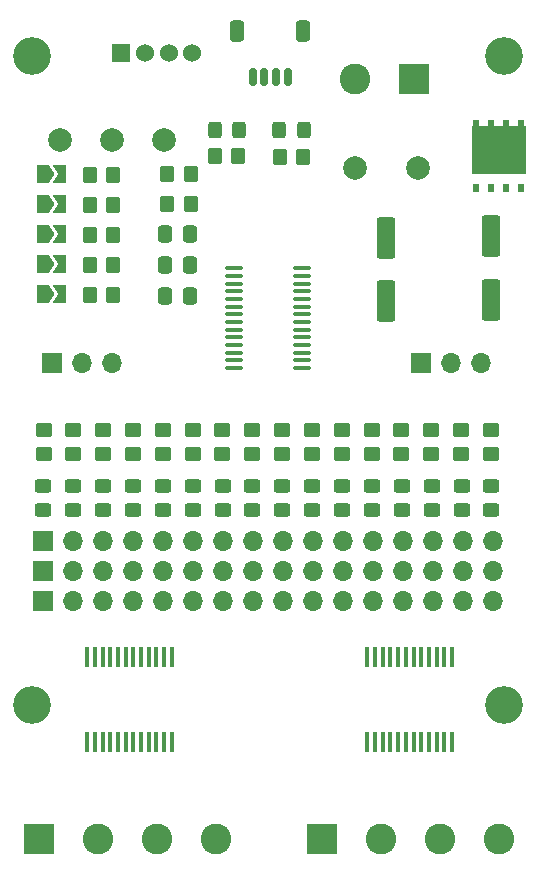
<source format=gbr>
%TF.GenerationSoftware,KiCad,Pcbnew,8.0.1*%
%TF.CreationDate,2024-04-15T16:31:13+02:00*%
%TF.ProjectId,ultimate_motor_board,756c7469-6d61-4746-955f-6d6f746f725f,0.1*%
%TF.SameCoordinates,Original*%
%TF.FileFunction,Soldermask,Top*%
%TF.FilePolarity,Negative*%
%FSLAX46Y46*%
G04 Gerber Fmt 4.6, Leading zero omitted, Abs format (unit mm)*
G04 Created by KiCad (PCBNEW 8.0.1) date 2024-04-15 16:31:13*
%MOMM*%
%LPD*%
G01*
G04 APERTURE LIST*
G04 Aperture macros list*
%AMRoundRect*
0 Rectangle with rounded corners*
0 $1 Rounding radius*
0 $2 $3 $4 $5 $6 $7 $8 $9 X,Y pos of 4 corners*
0 Add a 4 corners polygon primitive as box body*
4,1,4,$2,$3,$4,$5,$6,$7,$8,$9,$2,$3,0*
0 Add four circle primitives for the rounded corners*
1,1,$1+$1,$2,$3*
1,1,$1+$1,$4,$5*
1,1,$1+$1,$6,$7*
1,1,$1+$1,$8,$9*
0 Add four rect primitives between the rounded corners*
20,1,$1+$1,$2,$3,$4,$5,0*
20,1,$1+$1,$4,$5,$6,$7,0*
20,1,$1+$1,$6,$7,$8,$9,0*
20,1,$1+$1,$8,$9,$2,$3,0*%
%AMFreePoly0*
4,1,6,1.000000,0.000000,0.500000,-0.750000,-0.500000,-0.750000,-0.500000,0.750000,0.500000,0.750000,1.000000,0.000000,1.000000,0.000000,$1*%
%AMFreePoly1*
4,1,6,0.500000,-0.750000,-0.650000,-0.750000,-0.150000,0.000000,-0.650000,0.750000,0.500000,0.750000,0.500000,-0.750000,0.500000,-0.750000,$1*%
G04 Aperture macros list end*
%ADD10RoundRect,0.250000X-0.450000X0.325000X-0.450000X-0.325000X0.450000X-0.325000X0.450000X0.325000X0*%
%ADD11RoundRect,0.250000X0.450000X-0.350000X0.450000X0.350000X-0.450000X0.350000X-0.450000X-0.350000X0*%
%ADD12R,1.524000X1.524000*%
%ADD13C,1.524000*%
%ADD14R,0.450000X1.750000*%
%ADD15RoundRect,0.250000X-0.350000X-0.450000X0.350000X-0.450000X0.350000X0.450000X-0.350000X0.450000X0*%
%ADD16R,0.500000X0.650000*%
%ADD17R,4.600000X4.120000*%
%ADD18R,0.500000X0.550000*%
%ADD19RoundRect,0.250000X-0.325000X-0.450000X0.325000X-0.450000X0.325000X0.450000X-0.325000X0.450000X0*%
%ADD20C,3.200000*%
%ADD21FreePoly0,0.000000*%
%ADD22FreePoly1,0.000000*%
%ADD23RoundRect,0.250000X0.325000X0.450000X-0.325000X0.450000X-0.325000X-0.450000X0.325000X-0.450000X0*%
%ADD24RoundRect,0.250000X-0.550000X1.500000X-0.550000X-1.500000X0.550000X-1.500000X0.550000X1.500000X0*%
%ADD25C,2.000000*%
%ADD26R,1.700000X1.700000*%
%ADD27O,1.700000X1.700000*%
%ADD28RoundRect,0.100000X-0.637500X-0.100000X0.637500X-0.100000X0.637500X0.100000X-0.637500X0.100000X0*%
%ADD29RoundRect,0.250000X0.350000X0.450000X-0.350000X0.450000X-0.350000X-0.450000X0.350000X-0.450000X0*%
%ADD30RoundRect,0.150000X0.150000X0.625000X-0.150000X0.625000X-0.150000X-0.625000X0.150000X-0.625000X0*%
%ADD31RoundRect,0.250000X0.350000X0.650000X-0.350000X0.650000X-0.350000X-0.650000X0.350000X-0.650000X0*%
%ADD32R,2.600000X2.600000*%
%ADD33C,2.600000*%
%ADD34RoundRect,0.250000X0.337500X0.475000X-0.337500X0.475000X-0.337500X-0.475000X0.337500X-0.475000X0*%
G04 APERTURE END LIST*
D10*
%TO.C,D14*%
X132299682Y-89950000D03*
X132299682Y-92000000D03*
%TD*%
D11*
%TO.C,R20*%
X129750000Y-87200000D03*
X129750000Y-85200000D03*
%TD*%
%TO.C,R23*%
X137325000Y-87200000D03*
X137325000Y-85200000D03*
%TD*%
D12*
%TO.C,J1*%
X111100000Y-53300000D03*
D13*
X113100000Y-53300000D03*
X115100000Y-53300000D03*
X117100000Y-53300000D03*
%TD*%
D10*
%TO.C,D4*%
X107009062Y-89950000D03*
X107009062Y-92000000D03*
%TD*%
D11*
%TO.C,R12*%
X109550000Y-87200000D03*
X109550000Y-85200000D03*
%TD*%
%TO.C,R18*%
X124700000Y-87200000D03*
X124700000Y-85200000D03*
%TD*%
D10*
%TO.C,D15*%
X134828744Y-89950000D03*
X134828744Y-92000000D03*
%TD*%
%TO.C,D6*%
X112067186Y-89950000D03*
X112067186Y-92000000D03*
%TD*%
D14*
%TO.C,U2*%
X108200000Y-111620000D03*
X108850000Y-111620000D03*
X109500000Y-111620000D03*
X110150000Y-111620000D03*
X110800000Y-111620000D03*
X111450000Y-111620000D03*
X112100000Y-111620000D03*
X112750000Y-111620000D03*
X113400000Y-111620000D03*
X114050000Y-111620000D03*
X114700000Y-111620000D03*
X115350000Y-111620000D03*
X115350000Y-104420000D03*
X114700000Y-104420000D03*
X114050000Y-104420000D03*
X113400000Y-104420000D03*
X112750000Y-104420000D03*
X112100000Y-104420000D03*
X111450000Y-104420000D03*
X110800000Y-104420000D03*
X110150000Y-104420000D03*
X109500000Y-104420000D03*
X108850000Y-104420000D03*
X108200000Y-104420000D03*
%TD*%
D11*
%TO.C,R13*%
X112075000Y-87200000D03*
X112075000Y-85200000D03*
%TD*%
D15*
%TO.C,R3*%
X108400000Y-66100000D03*
X110400000Y-66100000D03*
%TD*%
D16*
%TO.C,Q1*%
X141145000Y-64730000D03*
X142415000Y-64730000D03*
X143685000Y-64730000D03*
X144955000Y-64730000D03*
D17*
X143050000Y-61515000D03*
D18*
X141145000Y-59180000D03*
X142415000Y-59180000D03*
X143685000Y-59180000D03*
X144955000Y-59180000D03*
%TD*%
D19*
%TO.C,D2*%
X124475000Y-59800000D03*
X126525000Y-59800000D03*
%TD*%
D11*
%TO.C,R21*%
X132275000Y-87200000D03*
X132275000Y-85200000D03*
%TD*%
%TO.C,R19*%
X127225000Y-87200000D03*
X127225000Y-85200000D03*
%TD*%
%TO.C,R22*%
X134800000Y-87200000D03*
X134800000Y-85200000D03*
%TD*%
D20*
%TO.C,H1*%
X143500000Y-53500000D03*
%TD*%
D10*
%TO.C,D5*%
X109538124Y-89950000D03*
X109538124Y-92000000D03*
%TD*%
D21*
%TO.C,JP5*%
X104475000Y-73700000D03*
D22*
X105925000Y-73700000D03*
%TD*%
D21*
%TO.C,JP3*%
X104475000Y-68620000D03*
D22*
X105925000Y-68620000D03*
%TD*%
D11*
%TO.C,R16*%
X119650000Y-87200000D03*
X119650000Y-85200000D03*
%TD*%
D10*
%TO.C,D10*%
X122183434Y-89950000D03*
X122183434Y-92000000D03*
%TD*%
%TO.C,D18*%
X142415930Y-89950000D03*
X142415930Y-92000000D03*
%TD*%
D11*
%TO.C,R11*%
X107025000Y-87200000D03*
X107025000Y-85200000D03*
%TD*%
%TO.C,R15*%
X117125000Y-87200000D03*
X117125000Y-85200000D03*
%TD*%
D10*
%TO.C,D11*%
X124712496Y-89950000D03*
X124712496Y-92000000D03*
%TD*%
D23*
%TO.C,D1*%
X121025000Y-59800000D03*
X118975000Y-59800000D03*
%TD*%
D24*
%TO.C,C1*%
X142400000Y-68800000D03*
X142400000Y-74200000D03*
%TD*%
D25*
%TO.C,TP5*%
X105900000Y-60600000D03*
%TD*%
D11*
%TO.C,R14*%
X114600000Y-87200000D03*
X114600000Y-85200000D03*
%TD*%
D21*
%TO.C,JP2*%
X104475000Y-66080000D03*
D22*
X105925000Y-66080000D03*
%TD*%
D26*
%TO.C,J2*%
X136500000Y-79500000D03*
D27*
X139040000Y-79500000D03*
X141580000Y-79500000D03*
%TD*%
D25*
%TO.C,TP3*%
X130900000Y-63000000D03*
%TD*%
D10*
%TO.C,D7*%
X114596248Y-89950000D03*
X114596248Y-92000000D03*
%TD*%
D21*
%TO.C,JP1*%
X104475000Y-63540000D03*
D22*
X105925000Y-63540000D03*
%TD*%
D11*
%TO.C,R17*%
X122175000Y-87200000D03*
X122175000Y-85200000D03*
%TD*%
D28*
%TO.C,U1*%
X120637500Y-71500000D03*
X120637500Y-72150000D03*
X120637500Y-72800000D03*
X120637500Y-73450000D03*
X120637500Y-74100000D03*
X120637500Y-74750000D03*
X120637500Y-75400000D03*
X120637500Y-76050000D03*
X120637500Y-76700000D03*
X120637500Y-77350000D03*
X120637500Y-78000000D03*
X120637500Y-78650000D03*
X120637500Y-79300000D03*
X120637500Y-79950000D03*
X126362500Y-79950000D03*
X126362500Y-79300000D03*
X126362500Y-78650000D03*
X126362500Y-78000000D03*
X126362500Y-77350000D03*
X126362500Y-76700000D03*
X126362500Y-76050000D03*
X126362500Y-75400000D03*
X126362500Y-74750000D03*
X126362500Y-74100000D03*
X126362500Y-73450000D03*
X126362500Y-72800000D03*
X126362500Y-72150000D03*
X126362500Y-71500000D03*
%TD*%
D10*
%TO.C,D8*%
X117125310Y-89950000D03*
X117125310Y-92000000D03*
%TD*%
D25*
%TO.C,TP2*%
X114700000Y-60600000D03*
%TD*%
D10*
%TO.C,D13*%
X129770620Y-89950000D03*
X129770620Y-92000000D03*
%TD*%
D15*
%TO.C,R6*%
X108400000Y-71180000D03*
X110400000Y-71180000D03*
%TD*%
D26*
%TO.C,J8*%
X104420000Y-97160000D03*
D27*
X106960000Y-97160000D03*
X109500000Y-97160000D03*
X112040000Y-97160000D03*
X114580000Y-97160000D03*
X117120000Y-97160000D03*
X119660000Y-97160000D03*
X122200000Y-97160000D03*
X124740000Y-97160000D03*
X127280000Y-97160000D03*
X129820000Y-97160000D03*
X132360000Y-97160000D03*
X134900000Y-97160000D03*
X137440000Y-97160000D03*
X139980000Y-97160000D03*
X142520000Y-97160000D03*
%TD*%
D15*
%TO.C,R1*%
X108400000Y-63560000D03*
X110400000Y-63560000D03*
%TD*%
D21*
%TO.C,JP4*%
X104475000Y-71160000D03*
D22*
X105925000Y-71160000D03*
%TD*%
D29*
%TO.C,R4*%
X116962500Y-66027500D03*
X114962500Y-66027500D03*
%TD*%
D25*
%TO.C,TP1*%
X136200000Y-63000000D03*
%TD*%
D30*
%TO.C,J10*%
X125200000Y-55300000D03*
X124200000Y-55300000D03*
X123200000Y-55300000D03*
X122200000Y-55300000D03*
D31*
X126500000Y-51425000D03*
X120900000Y-51425000D03*
%TD*%
D32*
%TO.C,J4*%
X135900000Y-55500000D03*
D33*
X130900000Y-55500000D03*
%TD*%
D10*
%TO.C,D16*%
X137357806Y-89950000D03*
X137357806Y-92000000D03*
%TD*%
D34*
%TO.C,C4*%
X116900000Y-71202500D03*
X114825000Y-71202500D03*
%TD*%
D25*
%TO.C,TP4*%
X110300000Y-60600000D03*
%TD*%
D29*
%TO.C,R2*%
X116962500Y-63485000D03*
X114962500Y-63485000D03*
%TD*%
%TO.C,R8*%
X121000000Y-62000000D03*
X119000000Y-62000000D03*
%TD*%
D20*
%TO.C,H2*%
X103500000Y-53500000D03*
%TD*%
D15*
%TO.C,R9*%
X124500000Y-62100000D03*
X126500000Y-62100000D03*
%TD*%
D11*
%TO.C,R24*%
X139850000Y-87200000D03*
X139850000Y-85200000D03*
%TD*%
D15*
%TO.C,R5*%
X108400000Y-68640000D03*
X110400000Y-68640000D03*
%TD*%
D14*
%TO.C,U3*%
X131925000Y-111620000D03*
X132575000Y-111620000D03*
X133225000Y-111620000D03*
X133875000Y-111620000D03*
X134525000Y-111620000D03*
X135175000Y-111620000D03*
X135825000Y-111620000D03*
X136475000Y-111620000D03*
X137125000Y-111620000D03*
X137775000Y-111620000D03*
X138425000Y-111620000D03*
X139075000Y-111620000D03*
X139075000Y-104420000D03*
X138425000Y-104420000D03*
X137775000Y-104420000D03*
X137125000Y-104420000D03*
X136475000Y-104420000D03*
X135825000Y-104420000D03*
X135175000Y-104420000D03*
X134525000Y-104420000D03*
X133875000Y-104420000D03*
X133225000Y-104420000D03*
X132575000Y-104420000D03*
X131925000Y-104420000D03*
%TD*%
D11*
%TO.C,R10*%
X104500000Y-87200000D03*
X104500000Y-85200000D03*
%TD*%
D10*
%TO.C,D3*%
X104480000Y-89950000D03*
X104480000Y-92000000D03*
%TD*%
D32*
%TO.C,J6*%
X128100000Y-119800000D03*
D33*
X133100000Y-119800000D03*
X138100000Y-119800000D03*
X143100000Y-119800000D03*
%TD*%
D10*
%TO.C,D17*%
X139886868Y-89950000D03*
X139886868Y-92000000D03*
%TD*%
D32*
%TO.C,J5*%
X104100000Y-119800000D03*
D33*
X109100000Y-119800000D03*
X114100000Y-119800000D03*
X119100000Y-119800000D03*
%TD*%
D20*
%TO.C,H4*%
X103500000Y-108500000D03*
%TD*%
D26*
%TO.C,J3*%
X105225000Y-79500000D03*
D27*
X107765000Y-79500000D03*
X110305000Y-79500000D03*
%TD*%
D10*
%TO.C,D9*%
X119654372Y-89950000D03*
X119654372Y-92000000D03*
%TD*%
D24*
%TO.C,C2*%
X133500000Y-68900000D03*
X133500000Y-74300000D03*
%TD*%
D26*
%TO.C,J9*%
X104420000Y-99700000D03*
D27*
X106960000Y-99700000D03*
X109500000Y-99700000D03*
X112040000Y-99700000D03*
X114580000Y-99700000D03*
X117120000Y-99700000D03*
X119660000Y-99700000D03*
X122200000Y-99700000D03*
X124740000Y-99700000D03*
X127280000Y-99700000D03*
X129820000Y-99700000D03*
X132360000Y-99700000D03*
X134900000Y-99700000D03*
X137440000Y-99700000D03*
X139980000Y-99700000D03*
X142520000Y-99700000D03*
%TD*%
D34*
%TO.C,C3*%
X116900000Y-73805000D03*
X114825000Y-73805000D03*
%TD*%
%TO.C,C5*%
X116900000Y-68600000D03*
X114825000Y-68600000D03*
%TD*%
D26*
%TO.C,J7*%
X104420000Y-94620000D03*
D27*
X106960000Y-94620000D03*
X109500000Y-94620000D03*
X112040000Y-94620000D03*
X114580000Y-94620000D03*
X117120000Y-94620000D03*
X119660000Y-94620000D03*
X122200000Y-94620000D03*
X124740000Y-94620000D03*
X127280000Y-94620000D03*
X129820000Y-94620000D03*
X132360000Y-94620000D03*
X134900000Y-94620000D03*
X137440000Y-94620000D03*
X139980000Y-94620000D03*
X142520000Y-94620000D03*
%TD*%
D10*
%TO.C,D12*%
X127241558Y-89950000D03*
X127241558Y-92000000D03*
%TD*%
D11*
%TO.C,R25*%
X142375000Y-87200000D03*
X142375000Y-85200000D03*
%TD*%
D15*
%TO.C,R7*%
X108400000Y-73720000D03*
X110400000Y-73720000D03*
%TD*%
D20*
%TO.C,H3*%
X143500000Y-108500000D03*
%TD*%
M02*

</source>
